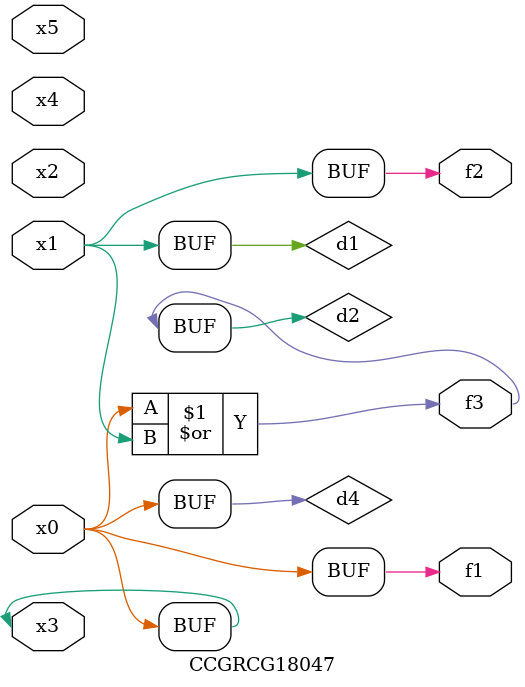
<source format=v>
module CCGRCG18047(
	input x0, x1, x2, x3, x4, x5,
	output f1, f2, f3
);

	wire d1, d2, d3, d4;

	and (d1, x1);
	or (d2, x0, x1);
	nand (d3, x0, x5);
	buf (d4, x0, x3);
	assign f1 = d4;
	assign f2 = d1;
	assign f3 = d2;
endmodule

</source>
